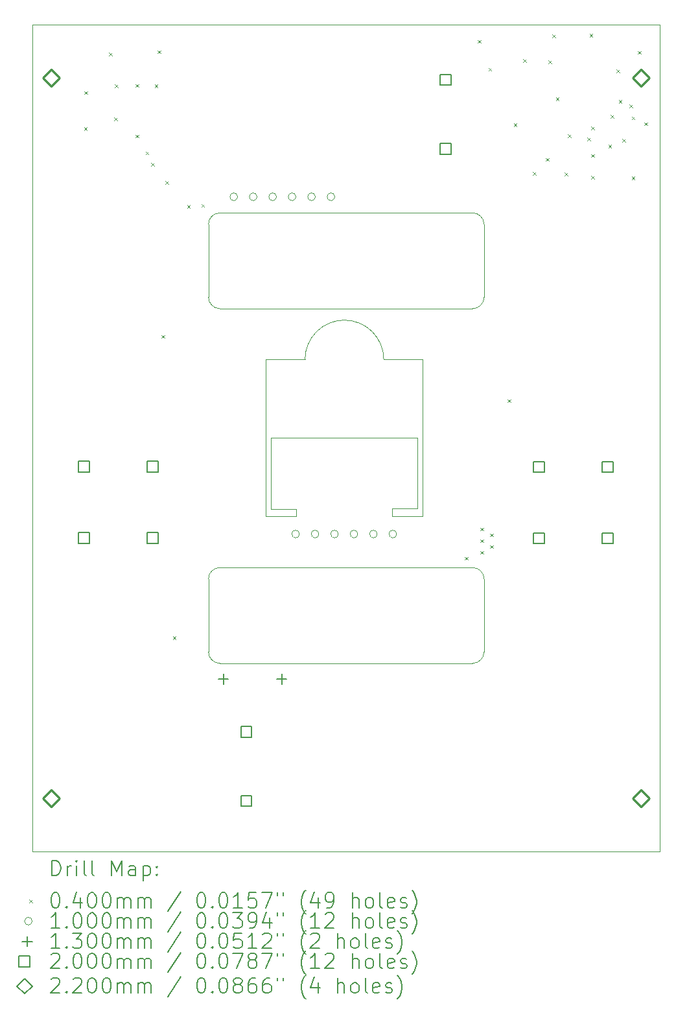
<source format=gbr>
%FSLAX45Y45*%
G04 Gerber Fmt 4.5, Leading zero omitted, Abs format (unit mm)*
G04 Created by KiCad (PCBNEW (6.0.5)) date 2023-05-08 02:17:46*
%MOMM*%
%LPD*%
G01*
G04 APERTURE LIST*
%TA.AperFunction,Profile*%
%ADD10C,0.100000*%
%TD*%
%TA.AperFunction,Profile*%
%ADD11C,0.050000*%
%TD*%
%ADD12C,0.200000*%
%ADD13C,0.040000*%
%ADD14C,0.100000*%
%ADD15C,0.130000*%
%ADD16C,0.220000*%
G04 APERTURE END LIST*
D10*
X13179000Y-9968000D02*
X13179000Y-8174799D01*
X13179000Y-9968000D02*
X13179000Y-10223000D01*
D11*
X10129200Y-14599800D02*
X18329200Y-14599800D01*
D10*
X13572000Y-10123000D02*
X13247000Y-10123000D01*
D11*
X18329200Y-3799800D02*
X10129200Y-3799800D01*
D10*
X14825000Y-10122000D02*
X14825000Y-10223000D01*
X13690000Y-8175000D02*
X13179000Y-8174799D01*
X13246000Y-10223000D02*
X13179000Y-10223000D01*
X12428923Y-7359767D02*
G75*
G03*
X12578917Y-7509767I149997J-3D01*
G01*
X13572000Y-10123000D02*
X13572000Y-10221000D01*
X13246000Y-10223000D02*
X13572000Y-10221000D01*
X15880000Y-12140000D02*
G75*
G03*
X16030000Y-11990000I0J150000D01*
G01*
X14825000Y-10223000D02*
X15138000Y-10224000D01*
X13246000Y-9968000D02*
X13247000Y-10123000D01*
X12578566Y-10890066D02*
G75*
G03*
X12428566Y-11040066I4J-150004D01*
G01*
D11*
X18329200Y-14599800D02*
X18329200Y-3799800D01*
D10*
X16029917Y-6409767D02*
X16029917Y-7359767D01*
X15229000Y-8174799D02*
X15229000Y-9969000D01*
X12429000Y-11990000D02*
G75*
G03*
X12579000Y-12140000I150000J0D01*
G01*
X15879917Y-7509767D02*
G75*
G03*
X16029917Y-7359767I3J149997D01*
G01*
X13245000Y-9194500D02*
X13246000Y-9968000D01*
D11*
X10129200Y-14599800D02*
X10129200Y-3799800D01*
D10*
X15879917Y-6259767D02*
X12578483Y-6259833D01*
X14720000Y-8175000D02*
G75*
G03*
X13690000Y-8175000I-515000J205D01*
G01*
X12428917Y-7359767D02*
X12428483Y-6409833D01*
X14720000Y-8175000D02*
X15229000Y-8174799D01*
X15137000Y-10122000D02*
X15162000Y-10122000D01*
X12578483Y-6259833D02*
G75*
G03*
X12428483Y-6409833I-3J-149997D01*
G01*
X15137000Y-10122000D02*
X14825000Y-10122000D01*
X15162000Y-9969000D02*
X15159000Y-9195500D01*
X16029923Y-6409767D02*
G75*
G03*
X15879917Y-6259767I-150003J-3D01*
G01*
X12579000Y-12140000D02*
X15880000Y-12140000D01*
X15229000Y-9969000D02*
X15229000Y-10224000D01*
X16030000Y-11040000D02*
G75*
G03*
X15880000Y-10890000I-150000J0D01*
G01*
X15162000Y-9969000D02*
X15162000Y-10122000D01*
X12429000Y-11990000D02*
X12428566Y-11040066D01*
X15159000Y-9195500D02*
X13245000Y-9194500D01*
X15138000Y-10224000D02*
X15229000Y-10224000D01*
X12578917Y-7509767D02*
X15879917Y-7509767D01*
X15880000Y-10890000D02*
X12578566Y-10890066D01*
X16030000Y-11040000D02*
X16030000Y-11990000D01*
D12*
D13*
X10802800Y-5138800D02*
X10842800Y-5178800D01*
X10842800Y-5138800D02*
X10802800Y-5178800D01*
X10805700Y-4671400D02*
X10845700Y-4711400D01*
X10845700Y-4671400D02*
X10805700Y-4711400D01*
X11130300Y-4168800D02*
X11170300Y-4208800D01*
X11170300Y-4168800D02*
X11130300Y-4208800D01*
X11195300Y-5011300D02*
X11235300Y-5051300D01*
X11235300Y-5011300D02*
X11195300Y-5051300D01*
X11205700Y-4583000D02*
X11245700Y-4623000D01*
X11245700Y-4583000D02*
X11205700Y-4623000D01*
X11477300Y-5239500D02*
X11517300Y-5279500D01*
X11517300Y-5239500D02*
X11477300Y-5279500D01*
X11477450Y-4579250D02*
X11517450Y-4619250D01*
X11517450Y-4579250D02*
X11477450Y-4619250D01*
X11607800Y-5458800D02*
X11647800Y-5498800D01*
X11647800Y-5458800D02*
X11607800Y-5498800D01*
X11680300Y-5606300D02*
X11720300Y-5646300D01*
X11720300Y-5606300D02*
X11680300Y-5646300D01*
X11725700Y-4582000D02*
X11765700Y-4622000D01*
X11765700Y-4582000D02*
X11725700Y-4622000D01*
X11765300Y-4138800D02*
X11805300Y-4178800D01*
X11805300Y-4138800D02*
X11765300Y-4178800D01*
X11816400Y-7854000D02*
X11856400Y-7894000D01*
X11856400Y-7854000D02*
X11816400Y-7894000D01*
X11867800Y-5846300D02*
X11907800Y-5886300D01*
X11907800Y-5846300D02*
X11867800Y-5886300D01*
X11963100Y-11785300D02*
X12003100Y-11825300D01*
X12003100Y-11785300D02*
X11963100Y-11825300D01*
X12150000Y-6160000D02*
X12190000Y-6200000D01*
X12190000Y-6160000D02*
X12150000Y-6200000D01*
X12337000Y-6144000D02*
X12377000Y-6184000D01*
X12377000Y-6144000D02*
X12337000Y-6184000D01*
X15778800Y-10749600D02*
X15818800Y-10789600D01*
X15818800Y-10749600D02*
X15778800Y-10789600D01*
X15944400Y-4003100D02*
X15984400Y-4043100D01*
X15984400Y-4003100D02*
X15944400Y-4043100D01*
X15982000Y-10368600D02*
X16022000Y-10408600D01*
X16022000Y-10368600D02*
X15982000Y-10408600D01*
X15982000Y-10521000D02*
X16022000Y-10561000D01*
X16022000Y-10521000D02*
X15982000Y-10561000D01*
X15982000Y-10673400D02*
X16022000Y-10713400D01*
X16022000Y-10673400D02*
X15982000Y-10713400D01*
X16086900Y-4365600D02*
X16126900Y-4405600D01*
X16126900Y-4365600D02*
X16086900Y-4405600D01*
X16109000Y-10444800D02*
X16149000Y-10484800D01*
X16149000Y-10444800D02*
X16109000Y-10484800D01*
X16109000Y-10597200D02*
X16149000Y-10637200D01*
X16149000Y-10597200D02*
X16109000Y-10637200D01*
X16337600Y-8692200D02*
X16377600Y-8732200D01*
X16377600Y-8692200D02*
X16337600Y-8732200D01*
X16417600Y-5089200D02*
X16457600Y-5129200D01*
X16457600Y-5089200D02*
X16417600Y-5129200D01*
X16539000Y-4254000D02*
X16579000Y-4294000D01*
X16579000Y-4254000D02*
X16539000Y-4294000D01*
X16665600Y-5727300D02*
X16705600Y-5767300D01*
X16705600Y-5727300D02*
X16665600Y-5767300D01*
X16837800Y-5543400D02*
X16877800Y-5583400D01*
X16877800Y-5543400D02*
X16837800Y-5583400D01*
X16873000Y-4272000D02*
X16913000Y-4312000D01*
X16913000Y-4272000D02*
X16873000Y-4312000D01*
X16919400Y-3933100D02*
X16959400Y-3973100D01*
X16959400Y-3933100D02*
X16919400Y-3973100D01*
X16968100Y-4749800D02*
X17008100Y-4789800D01*
X17008100Y-4749800D02*
X16968100Y-4789800D01*
X17084600Y-5735800D02*
X17124600Y-5775800D01*
X17124600Y-5735800D02*
X17084600Y-5775800D01*
X17123600Y-5232800D02*
X17163600Y-5272800D01*
X17163600Y-5232800D02*
X17123600Y-5272800D01*
X17378100Y-5277300D02*
X17418100Y-5317300D01*
X17418100Y-5277300D02*
X17378100Y-5317300D01*
X17408150Y-3920600D02*
X17448150Y-3960600D01*
X17448150Y-3920600D02*
X17408150Y-3960600D01*
X17428100Y-5492300D02*
X17468100Y-5532300D01*
X17468100Y-5492300D02*
X17428100Y-5532300D01*
X17428100Y-5777300D02*
X17468100Y-5817300D01*
X17468100Y-5777300D02*
X17428100Y-5817300D01*
X17430600Y-5134800D02*
X17470600Y-5174800D01*
X17470600Y-5134800D02*
X17430600Y-5174800D01*
X17653100Y-5367300D02*
X17693100Y-5407300D01*
X17693100Y-5367300D02*
X17653100Y-5407300D01*
X17683600Y-4982800D02*
X17723600Y-5022800D01*
X17723600Y-4982800D02*
X17683600Y-5022800D01*
X17758100Y-4384800D02*
X17798100Y-4424800D01*
X17798100Y-4384800D02*
X17758100Y-4424800D01*
X17788100Y-4784800D02*
X17828100Y-4824800D01*
X17828100Y-4784800D02*
X17788100Y-4824800D01*
X17835000Y-5294000D02*
X17875000Y-5334000D01*
X17875000Y-5294000D02*
X17835000Y-5334000D01*
X17930600Y-4847300D02*
X17970600Y-4887300D01*
X17970600Y-4847300D02*
X17930600Y-4887300D01*
X17957800Y-5002000D02*
X17997800Y-5042000D01*
X17997800Y-5002000D02*
X17957800Y-5042000D01*
X17958100Y-5787300D02*
X17998100Y-5827300D01*
X17998100Y-5787300D02*
X17958100Y-5827300D01*
X18039400Y-4145600D02*
X18079400Y-4185600D01*
X18079400Y-4145600D02*
X18039400Y-4185600D01*
X18123100Y-5077300D02*
X18163100Y-5117300D01*
X18163100Y-5077300D02*
X18123100Y-5117300D01*
D14*
X12809200Y-6049800D02*
G75*
G03*
X12809200Y-6049800I-50000J0D01*
G01*
X13063200Y-6049800D02*
G75*
G03*
X13063200Y-6049800I-50000J0D01*
G01*
X13317200Y-6049800D02*
G75*
G03*
X13317200Y-6049800I-50000J0D01*
G01*
X13571200Y-6049800D02*
G75*
G03*
X13571200Y-6049800I-50000J0D01*
G01*
X13618000Y-10452000D02*
G75*
G03*
X13618000Y-10452000I-50000J0D01*
G01*
X13825200Y-6049800D02*
G75*
G03*
X13825200Y-6049800I-50000J0D01*
G01*
X13872000Y-10452000D02*
G75*
G03*
X13872000Y-10452000I-50000J0D01*
G01*
X14079200Y-6049800D02*
G75*
G03*
X14079200Y-6049800I-50000J0D01*
G01*
X14126000Y-10452000D02*
G75*
G03*
X14126000Y-10452000I-50000J0D01*
G01*
X14380000Y-10452000D02*
G75*
G03*
X14380000Y-10452000I-50000J0D01*
G01*
X14634000Y-10452000D02*
G75*
G03*
X14634000Y-10452000I-50000J0D01*
G01*
X14888000Y-10452000D02*
G75*
G03*
X14888000Y-10452000I-50000J0D01*
G01*
D15*
X12623800Y-12279400D02*
X12623800Y-12409400D01*
X12558800Y-12344400D02*
X12688800Y-12344400D01*
X13385800Y-12279400D02*
X13385800Y-12409400D01*
X13320800Y-12344400D02*
X13450800Y-12344400D01*
D12*
X10872911Y-9645911D02*
X10872911Y-9504489D01*
X10731489Y-9504489D01*
X10731489Y-9645911D01*
X10872911Y-9645911D01*
X10872911Y-10576511D02*
X10872911Y-10435089D01*
X10731489Y-10435089D01*
X10731489Y-10576511D01*
X10872911Y-10576511D01*
X11772911Y-9645911D02*
X11772911Y-9504489D01*
X11631489Y-9504489D01*
X11631489Y-9645911D01*
X11772911Y-9645911D01*
X11772911Y-10576511D02*
X11772911Y-10435089D01*
X11631489Y-10435089D01*
X11631489Y-10576511D01*
X11772911Y-10576511D01*
X12994711Y-13108111D02*
X12994711Y-12966689D01*
X12853289Y-12966689D01*
X12853289Y-13108111D01*
X12994711Y-13108111D01*
X12994711Y-14008111D02*
X12994711Y-13866689D01*
X12853289Y-13866689D01*
X12853289Y-14008111D01*
X12994711Y-14008111D01*
X15596711Y-4591711D02*
X15596711Y-4450289D01*
X15455289Y-4450289D01*
X15455289Y-4591711D01*
X15596711Y-4591711D01*
X15596711Y-5491711D02*
X15596711Y-5350289D01*
X15455289Y-5350289D01*
X15455289Y-5491711D01*
X15596711Y-5491711D01*
X16816511Y-9646511D02*
X16816511Y-9505089D01*
X16675089Y-9505089D01*
X16675089Y-9646511D01*
X16816511Y-9646511D01*
X16816511Y-10577311D02*
X16816511Y-10435889D01*
X16675089Y-10435889D01*
X16675089Y-10577311D01*
X16816511Y-10577311D01*
X17716511Y-9646511D02*
X17716511Y-9505089D01*
X17575089Y-9505089D01*
X17575089Y-9646511D01*
X17716511Y-9646511D01*
X17716511Y-10577311D02*
X17716511Y-10435889D01*
X17575089Y-10435889D01*
X17575089Y-10577311D01*
X17716511Y-10577311D01*
D16*
X10379200Y-4609800D02*
X10489200Y-4499800D01*
X10379200Y-4389800D01*
X10269200Y-4499800D01*
X10379200Y-4609800D01*
X10379200Y-14009800D02*
X10489200Y-13899800D01*
X10379200Y-13789800D01*
X10269200Y-13899800D01*
X10379200Y-14009800D01*
X18079200Y-4609800D02*
X18189200Y-4499800D01*
X18079200Y-4389800D01*
X17969200Y-4499800D01*
X18079200Y-4609800D01*
X18079200Y-14009800D02*
X18189200Y-13899800D01*
X18079200Y-13789800D01*
X17969200Y-13899800D01*
X18079200Y-14009800D01*
D12*
X10384319Y-14912776D02*
X10384319Y-14712776D01*
X10431938Y-14712776D01*
X10460510Y-14722300D01*
X10479557Y-14741347D01*
X10489081Y-14760395D01*
X10498605Y-14798490D01*
X10498605Y-14827062D01*
X10489081Y-14865157D01*
X10479557Y-14884204D01*
X10460510Y-14903252D01*
X10431938Y-14912776D01*
X10384319Y-14912776D01*
X10584319Y-14912776D02*
X10584319Y-14779442D01*
X10584319Y-14817538D02*
X10593843Y-14798490D01*
X10603367Y-14788966D01*
X10622414Y-14779442D01*
X10641462Y-14779442D01*
X10708129Y-14912776D02*
X10708129Y-14779442D01*
X10708129Y-14712776D02*
X10698605Y-14722300D01*
X10708129Y-14731823D01*
X10717652Y-14722300D01*
X10708129Y-14712776D01*
X10708129Y-14731823D01*
X10831938Y-14912776D02*
X10812890Y-14903252D01*
X10803367Y-14884204D01*
X10803367Y-14712776D01*
X10936700Y-14912776D02*
X10917652Y-14903252D01*
X10908129Y-14884204D01*
X10908129Y-14712776D01*
X11165271Y-14912776D02*
X11165271Y-14712776D01*
X11231938Y-14855633D01*
X11298605Y-14712776D01*
X11298605Y-14912776D01*
X11479557Y-14912776D02*
X11479557Y-14808014D01*
X11470033Y-14788966D01*
X11450986Y-14779442D01*
X11412890Y-14779442D01*
X11393843Y-14788966D01*
X11479557Y-14903252D02*
X11460509Y-14912776D01*
X11412890Y-14912776D01*
X11393843Y-14903252D01*
X11384319Y-14884204D01*
X11384319Y-14865157D01*
X11393843Y-14846109D01*
X11412890Y-14836585D01*
X11460509Y-14836585D01*
X11479557Y-14827062D01*
X11574795Y-14779442D02*
X11574795Y-14979442D01*
X11574795Y-14788966D02*
X11593843Y-14779442D01*
X11631938Y-14779442D01*
X11650986Y-14788966D01*
X11660509Y-14798490D01*
X11670033Y-14817538D01*
X11670033Y-14874681D01*
X11660509Y-14893728D01*
X11650986Y-14903252D01*
X11631938Y-14912776D01*
X11593843Y-14912776D01*
X11574795Y-14903252D01*
X11755748Y-14893728D02*
X11765271Y-14903252D01*
X11755748Y-14912776D01*
X11746224Y-14903252D01*
X11755748Y-14893728D01*
X11755748Y-14912776D01*
X11755748Y-14788966D02*
X11765271Y-14798490D01*
X11755748Y-14808014D01*
X11746224Y-14798490D01*
X11755748Y-14788966D01*
X11755748Y-14808014D01*
D13*
X10086700Y-15222300D02*
X10126700Y-15262300D01*
X10126700Y-15222300D02*
X10086700Y-15262300D01*
D12*
X10422414Y-15132776D02*
X10441462Y-15132776D01*
X10460510Y-15142300D01*
X10470033Y-15151823D01*
X10479557Y-15170871D01*
X10489081Y-15208966D01*
X10489081Y-15256585D01*
X10479557Y-15294681D01*
X10470033Y-15313728D01*
X10460510Y-15323252D01*
X10441462Y-15332776D01*
X10422414Y-15332776D01*
X10403367Y-15323252D01*
X10393843Y-15313728D01*
X10384319Y-15294681D01*
X10374795Y-15256585D01*
X10374795Y-15208966D01*
X10384319Y-15170871D01*
X10393843Y-15151823D01*
X10403367Y-15142300D01*
X10422414Y-15132776D01*
X10574795Y-15313728D02*
X10584319Y-15323252D01*
X10574795Y-15332776D01*
X10565271Y-15323252D01*
X10574795Y-15313728D01*
X10574795Y-15332776D01*
X10755748Y-15199442D02*
X10755748Y-15332776D01*
X10708129Y-15123252D02*
X10660510Y-15266109D01*
X10784319Y-15266109D01*
X10898605Y-15132776D02*
X10917652Y-15132776D01*
X10936700Y-15142300D01*
X10946224Y-15151823D01*
X10955748Y-15170871D01*
X10965271Y-15208966D01*
X10965271Y-15256585D01*
X10955748Y-15294681D01*
X10946224Y-15313728D01*
X10936700Y-15323252D01*
X10917652Y-15332776D01*
X10898605Y-15332776D01*
X10879557Y-15323252D01*
X10870033Y-15313728D01*
X10860510Y-15294681D01*
X10850986Y-15256585D01*
X10850986Y-15208966D01*
X10860510Y-15170871D01*
X10870033Y-15151823D01*
X10879557Y-15142300D01*
X10898605Y-15132776D01*
X11089081Y-15132776D02*
X11108129Y-15132776D01*
X11127176Y-15142300D01*
X11136700Y-15151823D01*
X11146224Y-15170871D01*
X11155748Y-15208966D01*
X11155748Y-15256585D01*
X11146224Y-15294681D01*
X11136700Y-15313728D01*
X11127176Y-15323252D01*
X11108129Y-15332776D01*
X11089081Y-15332776D01*
X11070033Y-15323252D01*
X11060510Y-15313728D01*
X11050986Y-15294681D01*
X11041462Y-15256585D01*
X11041462Y-15208966D01*
X11050986Y-15170871D01*
X11060510Y-15151823D01*
X11070033Y-15142300D01*
X11089081Y-15132776D01*
X11241462Y-15332776D02*
X11241462Y-15199442D01*
X11241462Y-15218490D02*
X11250986Y-15208966D01*
X11270033Y-15199442D01*
X11298605Y-15199442D01*
X11317652Y-15208966D01*
X11327176Y-15228014D01*
X11327176Y-15332776D01*
X11327176Y-15228014D02*
X11336700Y-15208966D01*
X11355748Y-15199442D01*
X11384319Y-15199442D01*
X11403367Y-15208966D01*
X11412890Y-15228014D01*
X11412890Y-15332776D01*
X11508128Y-15332776D02*
X11508128Y-15199442D01*
X11508128Y-15218490D02*
X11517652Y-15208966D01*
X11536700Y-15199442D01*
X11565271Y-15199442D01*
X11584319Y-15208966D01*
X11593843Y-15228014D01*
X11593843Y-15332776D01*
X11593843Y-15228014D02*
X11603367Y-15208966D01*
X11622414Y-15199442D01*
X11650986Y-15199442D01*
X11670033Y-15208966D01*
X11679557Y-15228014D01*
X11679557Y-15332776D01*
X12070033Y-15123252D02*
X11898605Y-15380395D01*
X12327176Y-15132776D02*
X12346224Y-15132776D01*
X12365271Y-15142300D01*
X12374795Y-15151823D01*
X12384319Y-15170871D01*
X12393843Y-15208966D01*
X12393843Y-15256585D01*
X12384319Y-15294681D01*
X12374795Y-15313728D01*
X12365271Y-15323252D01*
X12346224Y-15332776D01*
X12327176Y-15332776D01*
X12308128Y-15323252D01*
X12298605Y-15313728D01*
X12289081Y-15294681D01*
X12279557Y-15256585D01*
X12279557Y-15208966D01*
X12289081Y-15170871D01*
X12298605Y-15151823D01*
X12308128Y-15142300D01*
X12327176Y-15132776D01*
X12479557Y-15313728D02*
X12489081Y-15323252D01*
X12479557Y-15332776D01*
X12470033Y-15323252D01*
X12479557Y-15313728D01*
X12479557Y-15332776D01*
X12612890Y-15132776D02*
X12631938Y-15132776D01*
X12650986Y-15142300D01*
X12660509Y-15151823D01*
X12670033Y-15170871D01*
X12679557Y-15208966D01*
X12679557Y-15256585D01*
X12670033Y-15294681D01*
X12660509Y-15313728D01*
X12650986Y-15323252D01*
X12631938Y-15332776D01*
X12612890Y-15332776D01*
X12593843Y-15323252D01*
X12584319Y-15313728D01*
X12574795Y-15294681D01*
X12565271Y-15256585D01*
X12565271Y-15208966D01*
X12574795Y-15170871D01*
X12584319Y-15151823D01*
X12593843Y-15142300D01*
X12612890Y-15132776D01*
X12870033Y-15332776D02*
X12755748Y-15332776D01*
X12812890Y-15332776D02*
X12812890Y-15132776D01*
X12793843Y-15161347D01*
X12774795Y-15180395D01*
X12755748Y-15189919D01*
X13050986Y-15132776D02*
X12955748Y-15132776D01*
X12946224Y-15228014D01*
X12955748Y-15218490D01*
X12974795Y-15208966D01*
X13022414Y-15208966D01*
X13041462Y-15218490D01*
X13050986Y-15228014D01*
X13060509Y-15247062D01*
X13060509Y-15294681D01*
X13050986Y-15313728D01*
X13041462Y-15323252D01*
X13022414Y-15332776D01*
X12974795Y-15332776D01*
X12955748Y-15323252D01*
X12946224Y-15313728D01*
X13127176Y-15132776D02*
X13260509Y-15132776D01*
X13174795Y-15332776D01*
X13327176Y-15132776D02*
X13327176Y-15170871D01*
X13403367Y-15132776D02*
X13403367Y-15170871D01*
X13698605Y-15408966D02*
X13689081Y-15399442D01*
X13670033Y-15370871D01*
X13660509Y-15351823D01*
X13650986Y-15323252D01*
X13641462Y-15275633D01*
X13641462Y-15237538D01*
X13650986Y-15189919D01*
X13660509Y-15161347D01*
X13670033Y-15142300D01*
X13689081Y-15113728D01*
X13698605Y-15104204D01*
X13860509Y-15199442D02*
X13860509Y-15332776D01*
X13812890Y-15123252D02*
X13765271Y-15266109D01*
X13889081Y-15266109D01*
X13974795Y-15332776D02*
X14012890Y-15332776D01*
X14031938Y-15323252D01*
X14041462Y-15313728D01*
X14060509Y-15285157D01*
X14070033Y-15247062D01*
X14070033Y-15170871D01*
X14060509Y-15151823D01*
X14050986Y-15142300D01*
X14031938Y-15132776D01*
X13993843Y-15132776D01*
X13974795Y-15142300D01*
X13965271Y-15151823D01*
X13955748Y-15170871D01*
X13955748Y-15218490D01*
X13965271Y-15237538D01*
X13974795Y-15247062D01*
X13993843Y-15256585D01*
X14031938Y-15256585D01*
X14050986Y-15247062D01*
X14060509Y-15237538D01*
X14070033Y-15218490D01*
X14308128Y-15332776D02*
X14308128Y-15132776D01*
X14393843Y-15332776D02*
X14393843Y-15228014D01*
X14384319Y-15208966D01*
X14365271Y-15199442D01*
X14336700Y-15199442D01*
X14317652Y-15208966D01*
X14308128Y-15218490D01*
X14517652Y-15332776D02*
X14498605Y-15323252D01*
X14489081Y-15313728D01*
X14479557Y-15294681D01*
X14479557Y-15237538D01*
X14489081Y-15218490D01*
X14498605Y-15208966D01*
X14517652Y-15199442D01*
X14546224Y-15199442D01*
X14565271Y-15208966D01*
X14574795Y-15218490D01*
X14584319Y-15237538D01*
X14584319Y-15294681D01*
X14574795Y-15313728D01*
X14565271Y-15323252D01*
X14546224Y-15332776D01*
X14517652Y-15332776D01*
X14698605Y-15332776D02*
X14679557Y-15323252D01*
X14670033Y-15304204D01*
X14670033Y-15132776D01*
X14850986Y-15323252D02*
X14831938Y-15332776D01*
X14793843Y-15332776D01*
X14774795Y-15323252D01*
X14765271Y-15304204D01*
X14765271Y-15228014D01*
X14774795Y-15208966D01*
X14793843Y-15199442D01*
X14831938Y-15199442D01*
X14850986Y-15208966D01*
X14860509Y-15228014D01*
X14860509Y-15247062D01*
X14765271Y-15266109D01*
X14936700Y-15323252D02*
X14955748Y-15332776D01*
X14993843Y-15332776D01*
X15012890Y-15323252D01*
X15022414Y-15304204D01*
X15022414Y-15294681D01*
X15012890Y-15275633D01*
X14993843Y-15266109D01*
X14965271Y-15266109D01*
X14946224Y-15256585D01*
X14936700Y-15237538D01*
X14936700Y-15228014D01*
X14946224Y-15208966D01*
X14965271Y-15199442D01*
X14993843Y-15199442D01*
X15012890Y-15208966D01*
X15089081Y-15408966D02*
X15098605Y-15399442D01*
X15117652Y-15370871D01*
X15127176Y-15351823D01*
X15136700Y-15323252D01*
X15146224Y-15275633D01*
X15146224Y-15237538D01*
X15136700Y-15189919D01*
X15127176Y-15161347D01*
X15117652Y-15142300D01*
X15098605Y-15113728D01*
X15089081Y-15104204D01*
D14*
X10126700Y-15506300D02*
G75*
G03*
X10126700Y-15506300I-50000J0D01*
G01*
D12*
X10489081Y-15596776D02*
X10374795Y-15596776D01*
X10431938Y-15596776D02*
X10431938Y-15396776D01*
X10412890Y-15425347D01*
X10393843Y-15444395D01*
X10374795Y-15453919D01*
X10574795Y-15577728D02*
X10584319Y-15587252D01*
X10574795Y-15596776D01*
X10565271Y-15587252D01*
X10574795Y-15577728D01*
X10574795Y-15596776D01*
X10708129Y-15396776D02*
X10727176Y-15396776D01*
X10746224Y-15406300D01*
X10755748Y-15415823D01*
X10765271Y-15434871D01*
X10774795Y-15472966D01*
X10774795Y-15520585D01*
X10765271Y-15558681D01*
X10755748Y-15577728D01*
X10746224Y-15587252D01*
X10727176Y-15596776D01*
X10708129Y-15596776D01*
X10689081Y-15587252D01*
X10679557Y-15577728D01*
X10670033Y-15558681D01*
X10660510Y-15520585D01*
X10660510Y-15472966D01*
X10670033Y-15434871D01*
X10679557Y-15415823D01*
X10689081Y-15406300D01*
X10708129Y-15396776D01*
X10898605Y-15396776D02*
X10917652Y-15396776D01*
X10936700Y-15406300D01*
X10946224Y-15415823D01*
X10955748Y-15434871D01*
X10965271Y-15472966D01*
X10965271Y-15520585D01*
X10955748Y-15558681D01*
X10946224Y-15577728D01*
X10936700Y-15587252D01*
X10917652Y-15596776D01*
X10898605Y-15596776D01*
X10879557Y-15587252D01*
X10870033Y-15577728D01*
X10860510Y-15558681D01*
X10850986Y-15520585D01*
X10850986Y-15472966D01*
X10860510Y-15434871D01*
X10870033Y-15415823D01*
X10879557Y-15406300D01*
X10898605Y-15396776D01*
X11089081Y-15396776D02*
X11108129Y-15396776D01*
X11127176Y-15406300D01*
X11136700Y-15415823D01*
X11146224Y-15434871D01*
X11155748Y-15472966D01*
X11155748Y-15520585D01*
X11146224Y-15558681D01*
X11136700Y-15577728D01*
X11127176Y-15587252D01*
X11108129Y-15596776D01*
X11089081Y-15596776D01*
X11070033Y-15587252D01*
X11060510Y-15577728D01*
X11050986Y-15558681D01*
X11041462Y-15520585D01*
X11041462Y-15472966D01*
X11050986Y-15434871D01*
X11060510Y-15415823D01*
X11070033Y-15406300D01*
X11089081Y-15396776D01*
X11241462Y-15596776D02*
X11241462Y-15463442D01*
X11241462Y-15482490D02*
X11250986Y-15472966D01*
X11270033Y-15463442D01*
X11298605Y-15463442D01*
X11317652Y-15472966D01*
X11327176Y-15492014D01*
X11327176Y-15596776D01*
X11327176Y-15492014D02*
X11336700Y-15472966D01*
X11355748Y-15463442D01*
X11384319Y-15463442D01*
X11403367Y-15472966D01*
X11412890Y-15492014D01*
X11412890Y-15596776D01*
X11508128Y-15596776D02*
X11508128Y-15463442D01*
X11508128Y-15482490D02*
X11517652Y-15472966D01*
X11536700Y-15463442D01*
X11565271Y-15463442D01*
X11584319Y-15472966D01*
X11593843Y-15492014D01*
X11593843Y-15596776D01*
X11593843Y-15492014D02*
X11603367Y-15472966D01*
X11622414Y-15463442D01*
X11650986Y-15463442D01*
X11670033Y-15472966D01*
X11679557Y-15492014D01*
X11679557Y-15596776D01*
X12070033Y-15387252D02*
X11898605Y-15644395D01*
X12327176Y-15396776D02*
X12346224Y-15396776D01*
X12365271Y-15406300D01*
X12374795Y-15415823D01*
X12384319Y-15434871D01*
X12393843Y-15472966D01*
X12393843Y-15520585D01*
X12384319Y-15558681D01*
X12374795Y-15577728D01*
X12365271Y-15587252D01*
X12346224Y-15596776D01*
X12327176Y-15596776D01*
X12308128Y-15587252D01*
X12298605Y-15577728D01*
X12289081Y-15558681D01*
X12279557Y-15520585D01*
X12279557Y-15472966D01*
X12289081Y-15434871D01*
X12298605Y-15415823D01*
X12308128Y-15406300D01*
X12327176Y-15396776D01*
X12479557Y-15577728D02*
X12489081Y-15587252D01*
X12479557Y-15596776D01*
X12470033Y-15587252D01*
X12479557Y-15577728D01*
X12479557Y-15596776D01*
X12612890Y-15396776D02*
X12631938Y-15396776D01*
X12650986Y-15406300D01*
X12660509Y-15415823D01*
X12670033Y-15434871D01*
X12679557Y-15472966D01*
X12679557Y-15520585D01*
X12670033Y-15558681D01*
X12660509Y-15577728D01*
X12650986Y-15587252D01*
X12631938Y-15596776D01*
X12612890Y-15596776D01*
X12593843Y-15587252D01*
X12584319Y-15577728D01*
X12574795Y-15558681D01*
X12565271Y-15520585D01*
X12565271Y-15472966D01*
X12574795Y-15434871D01*
X12584319Y-15415823D01*
X12593843Y-15406300D01*
X12612890Y-15396776D01*
X12746224Y-15396776D02*
X12870033Y-15396776D01*
X12803367Y-15472966D01*
X12831938Y-15472966D01*
X12850986Y-15482490D01*
X12860509Y-15492014D01*
X12870033Y-15511062D01*
X12870033Y-15558681D01*
X12860509Y-15577728D01*
X12850986Y-15587252D01*
X12831938Y-15596776D01*
X12774795Y-15596776D01*
X12755748Y-15587252D01*
X12746224Y-15577728D01*
X12965271Y-15596776D02*
X13003367Y-15596776D01*
X13022414Y-15587252D01*
X13031938Y-15577728D01*
X13050986Y-15549157D01*
X13060509Y-15511062D01*
X13060509Y-15434871D01*
X13050986Y-15415823D01*
X13041462Y-15406300D01*
X13022414Y-15396776D01*
X12984319Y-15396776D01*
X12965271Y-15406300D01*
X12955748Y-15415823D01*
X12946224Y-15434871D01*
X12946224Y-15482490D01*
X12955748Y-15501538D01*
X12965271Y-15511062D01*
X12984319Y-15520585D01*
X13022414Y-15520585D01*
X13041462Y-15511062D01*
X13050986Y-15501538D01*
X13060509Y-15482490D01*
X13231938Y-15463442D02*
X13231938Y-15596776D01*
X13184319Y-15387252D02*
X13136700Y-15530109D01*
X13260509Y-15530109D01*
X13327176Y-15396776D02*
X13327176Y-15434871D01*
X13403367Y-15396776D02*
X13403367Y-15434871D01*
X13698605Y-15672966D02*
X13689081Y-15663442D01*
X13670033Y-15634871D01*
X13660509Y-15615823D01*
X13650986Y-15587252D01*
X13641462Y-15539633D01*
X13641462Y-15501538D01*
X13650986Y-15453919D01*
X13660509Y-15425347D01*
X13670033Y-15406300D01*
X13689081Y-15377728D01*
X13698605Y-15368204D01*
X13879557Y-15596776D02*
X13765271Y-15596776D01*
X13822414Y-15596776D02*
X13822414Y-15396776D01*
X13803367Y-15425347D01*
X13784319Y-15444395D01*
X13765271Y-15453919D01*
X13955748Y-15415823D02*
X13965271Y-15406300D01*
X13984319Y-15396776D01*
X14031938Y-15396776D01*
X14050986Y-15406300D01*
X14060509Y-15415823D01*
X14070033Y-15434871D01*
X14070033Y-15453919D01*
X14060509Y-15482490D01*
X13946224Y-15596776D01*
X14070033Y-15596776D01*
X14308128Y-15596776D02*
X14308128Y-15396776D01*
X14393843Y-15596776D02*
X14393843Y-15492014D01*
X14384319Y-15472966D01*
X14365271Y-15463442D01*
X14336700Y-15463442D01*
X14317652Y-15472966D01*
X14308128Y-15482490D01*
X14517652Y-15596776D02*
X14498605Y-15587252D01*
X14489081Y-15577728D01*
X14479557Y-15558681D01*
X14479557Y-15501538D01*
X14489081Y-15482490D01*
X14498605Y-15472966D01*
X14517652Y-15463442D01*
X14546224Y-15463442D01*
X14565271Y-15472966D01*
X14574795Y-15482490D01*
X14584319Y-15501538D01*
X14584319Y-15558681D01*
X14574795Y-15577728D01*
X14565271Y-15587252D01*
X14546224Y-15596776D01*
X14517652Y-15596776D01*
X14698605Y-15596776D02*
X14679557Y-15587252D01*
X14670033Y-15568204D01*
X14670033Y-15396776D01*
X14850986Y-15587252D02*
X14831938Y-15596776D01*
X14793843Y-15596776D01*
X14774795Y-15587252D01*
X14765271Y-15568204D01*
X14765271Y-15492014D01*
X14774795Y-15472966D01*
X14793843Y-15463442D01*
X14831938Y-15463442D01*
X14850986Y-15472966D01*
X14860509Y-15492014D01*
X14860509Y-15511062D01*
X14765271Y-15530109D01*
X14936700Y-15587252D02*
X14955748Y-15596776D01*
X14993843Y-15596776D01*
X15012890Y-15587252D01*
X15022414Y-15568204D01*
X15022414Y-15558681D01*
X15012890Y-15539633D01*
X14993843Y-15530109D01*
X14965271Y-15530109D01*
X14946224Y-15520585D01*
X14936700Y-15501538D01*
X14936700Y-15492014D01*
X14946224Y-15472966D01*
X14965271Y-15463442D01*
X14993843Y-15463442D01*
X15012890Y-15472966D01*
X15089081Y-15672966D02*
X15098605Y-15663442D01*
X15117652Y-15634871D01*
X15127176Y-15615823D01*
X15136700Y-15587252D01*
X15146224Y-15539633D01*
X15146224Y-15501538D01*
X15136700Y-15453919D01*
X15127176Y-15425347D01*
X15117652Y-15406300D01*
X15098605Y-15377728D01*
X15089081Y-15368204D01*
D15*
X10061700Y-15705300D02*
X10061700Y-15835300D01*
X9996700Y-15770300D02*
X10126700Y-15770300D01*
D12*
X10489081Y-15860776D02*
X10374795Y-15860776D01*
X10431938Y-15860776D02*
X10431938Y-15660776D01*
X10412890Y-15689347D01*
X10393843Y-15708395D01*
X10374795Y-15717919D01*
X10574795Y-15841728D02*
X10584319Y-15851252D01*
X10574795Y-15860776D01*
X10565271Y-15851252D01*
X10574795Y-15841728D01*
X10574795Y-15860776D01*
X10650986Y-15660776D02*
X10774795Y-15660776D01*
X10708129Y-15736966D01*
X10736700Y-15736966D01*
X10755748Y-15746490D01*
X10765271Y-15756014D01*
X10774795Y-15775062D01*
X10774795Y-15822681D01*
X10765271Y-15841728D01*
X10755748Y-15851252D01*
X10736700Y-15860776D01*
X10679557Y-15860776D01*
X10660510Y-15851252D01*
X10650986Y-15841728D01*
X10898605Y-15660776D02*
X10917652Y-15660776D01*
X10936700Y-15670300D01*
X10946224Y-15679823D01*
X10955748Y-15698871D01*
X10965271Y-15736966D01*
X10965271Y-15784585D01*
X10955748Y-15822681D01*
X10946224Y-15841728D01*
X10936700Y-15851252D01*
X10917652Y-15860776D01*
X10898605Y-15860776D01*
X10879557Y-15851252D01*
X10870033Y-15841728D01*
X10860510Y-15822681D01*
X10850986Y-15784585D01*
X10850986Y-15736966D01*
X10860510Y-15698871D01*
X10870033Y-15679823D01*
X10879557Y-15670300D01*
X10898605Y-15660776D01*
X11089081Y-15660776D02*
X11108129Y-15660776D01*
X11127176Y-15670300D01*
X11136700Y-15679823D01*
X11146224Y-15698871D01*
X11155748Y-15736966D01*
X11155748Y-15784585D01*
X11146224Y-15822681D01*
X11136700Y-15841728D01*
X11127176Y-15851252D01*
X11108129Y-15860776D01*
X11089081Y-15860776D01*
X11070033Y-15851252D01*
X11060510Y-15841728D01*
X11050986Y-15822681D01*
X11041462Y-15784585D01*
X11041462Y-15736966D01*
X11050986Y-15698871D01*
X11060510Y-15679823D01*
X11070033Y-15670300D01*
X11089081Y-15660776D01*
X11241462Y-15860776D02*
X11241462Y-15727442D01*
X11241462Y-15746490D02*
X11250986Y-15736966D01*
X11270033Y-15727442D01*
X11298605Y-15727442D01*
X11317652Y-15736966D01*
X11327176Y-15756014D01*
X11327176Y-15860776D01*
X11327176Y-15756014D02*
X11336700Y-15736966D01*
X11355748Y-15727442D01*
X11384319Y-15727442D01*
X11403367Y-15736966D01*
X11412890Y-15756014D01*
X11412890Y-15860776D01*
X11508128Y-15860776D02*
X11508128Y-15727442D01*
X11508128Y-15746490D02*
X11517652Y-15736966D01*
X11536700Y-15727442D01*
X11565271Y-15727442D01*
X11584319Y-15736966D01*
X11593843Y-15756014D01*
X11593843Y-15860776D01*
X11593843Y-15756014D02*
X11603367Y-15736966D01*
X11622414Y-15727442D01*
X11650986Y-15727442D01*
X11670033Y-15736966D01*
X11679557Y-15756014D01*
X11679557Y-15860776D01*
X12070033Y-15651252D02*
X11898605Y-15908395D01*
X12327176Y-15660776D02*
X12346224Y-15660776D01*
X12365271Y-15670300D01*
X12374795Y-15679823D01*
X12384319Y-15698871D01*
X12393843Y-15736966D01*
X12393843Y-15784585D01*
X12384319Y-15822681D01*
X12374795Y-15841728D01*
X12365271Y-15851252D01*
X12346224Y-15860776D01*
X12327176Y-15860776D01*
X12308128Y-15851252D01*
X12298605Y-15841728D01*
X12289081Y-15822681D01*
X12279557Y-15784585D01*
X12279557Y-15736966D01*
X12289081Y-15698871D01*
X12298605Y-15679823D01*
X12308128Y-15670300D01*
X12327176Y-15660776D01*
X12479557Y-15841728D02*
X12489081Y-15851252D01*
X12479557Y-15860776D01*
X12470033Y-15851252D01*
X12479557Y-15841728D01*
X12479557Y-15860776D01*
X12612890Y-15660776D02*
X12631938Y-15660776D01*
X12650986Y-15670300D01*
X12660509Y-15679823D01*
X12670033Y-15698871D01*
X12679557Y-15736966D01*
X12679557Y-15784585D01*
X12670033Y-15822681D01*
X12660509Y-15841728D01*
X12650986Y-15851252D01*
X12631938Y-15860776D01*
X12612890Y-15860776D01*
X12593843Y-15851252D01*
X12584319Y-15841728D01*
X12574795Y-15822681D01*
X12565271Y-15784585D01*
X12565271Y-15736966D01*
X12574795Y-15698871D01*
X12584319Y-15679823D01*
X12593843Y-15670300D01*
X12612890Y-15660776D01*
X12860509Y-15660776D02*
X12765271Y-15660776D01*
X12755748Y-15756014D01*
X12765271Y-15746490D01*
X12784319Y-15736966D01*
X12831938Y-15736966D01*
X12850986Y-15746490D01*
X12860509Y-15756014D01*
X12870033Y-15775062D01*
X12870033Y-15822681D01*
X12860509Y-15841728D01*
X12850986Y-15851252D01*
X12831938Y-15860776D01*
X12784319Y-15860776D01*
X12765271Y-15851252D01*
X12755748Y-15841728D01*
X13060509Y-15860776D02*
X12946224Y-15860776D01*
X13003367Y-15860776D02*
X13003367Y-15660776D01*
X12984319Y-15689347D01*
X12965271Y-15708395D01*
X12946224Y-15717919D01*
X13136700Y-15679823D02*
X13146224Y-15670300D01*
X13165271Y-15660776D01*
X13212890Y-15660776D01*
X13231938Y-15670300D01*
X13241462Y-15679823D01*
X13250986Y-15698871D01*
X13250986Y-15717919D01*
X13241462Y-15746490D01*
X13127176Y-15860776D01*
X13250986Y-15860776D01*
X13327176Y-15660776D02*
X13327176Y-15698871D01*
X13403367Y-15660776D02*
X13403367Y-15698871D01*
X13698605Y-15936966D02*
X13689081Y-15927442D01*
X13670033Y-15898871D01*
X13660509Y-15879823D01*
X13650986Y-15851252D01*
X13641462Y-15803633D01*
X13641462Y-15765538D01*
X13650986Y-15717919D01*
X13660509Y-15689347D01*
X13670033Y-15670300D01*
X13689081Y-15641728D01*
X13698605Y-15632204D01*
X13765271Y-15679823D02*
X13774795Y-15670300D01*
X13793843Y-15660776D01*
X13841462Y-15660776D01*
X13860509Y-15670300D01*
X13870033Y-15679823D01*
X13879557Y-15698871D01*
X13879557Y-15717919D01*
X13870033Y-15746490D01*
X13755748Y-15860776D01*
X13879557Y-15860776D01*
X14117652Y-15860776D02*
X14117652Y-15660776D01*
X14203367Y-15860776D02*
X14203367Y-15756014D01*
X14193843Y-15736966D01*
X14174795Y-15727442D01*
X14146224Y-15727442D01*
X14127176Y-15736966D01*
X14117652Y-15746490D01*
X14327176Y-15860776D02*
X14308128Y-15851252D01*
X14298605Y-15841728D01*
X14289081Y-15822681D01*
X14289081Y-15765538D01*
X14298605Y-15746490D01*
X14308128Y-15736966D01*
X14327176Y-15727442D01*
X14355748Y-15727442D01*
X14374795Y-15736966D01*
X14384319Y-15746490D01*
X14393843Y-15765538D01*
X14393843Y-15822681D01*
X14384319Y-15841728D01*
X14374795Y-15851252D01*
X14355748Y-15860776D01*
X14327176Y-15860776D01*
X14508128Y-15860776D02*
X14489081Y-15851252D01*
X14479557Y-15832204D01*
X14479557Y-15660776D01*
X14660509Y-15851252D02*
X14641462Y-15860776D01*
X14603367Y-15860776D01*
X14584319Y-15851252D01*
X14574795Y-15832204D01*
X14574795Y-15756014D01*
X14584319Y-15736966D01*
X14603367Y-15727442D01*
X14641462Y-15727442D01*
X14660509Y-15736966D01*
X14670033Y-15756014D01*
X14670033Y-15775062D01*
X14574795Y-15794109D01*
X14746224Y-15851252D02*
X14765271Y-15860776D01*
X14803367Y-15860776D01*
X14822414Y-15851252D01*
X14831938Y-15832204D01*
X14831938Y-15822681D01*
X14822414Y-15803633D01*
X14803367Y-15794109D01*
X14774795Y-15794109D01*
X14755748Y-15784585D01*
X14746224Y-15765538D01*
X14746224Y-15756014D01*
X14755748Y-15736966D01*
X14774795Y-15727442D01*
X14803367Y-15727442D01*
X14822414Y-15736966D01*
X14898605Y-15936966D02*
X14908128Y-15927442D01*
X14927176Y-15898871D01*
X14936700Y-15879823D01*
X14946224Y-15851252D01*
X14955748Y-15803633D01*
X14955748Y-15765538D01*
X14946224Y-15717919D01*
X14936700Y-15689347D01*
X14927176Y-15670300D01*
X14908128Y-15641728D01*
X14898605Y-15632204D01*
X10097411Y-16105011D02*
X10097411Y-15963588D01*
X9955989Y-15963588D01*
X9955989Y-16105011D01*
X10097411Y-16105011D01*
X10374795Y-15943823D02*
X10384319Y-15934300D01*
X10403367Y-15924776D01*
X10450986Y-15924776D01*
X10470033Y-15934300D01*
X10479557Y-15943823D01*
X10489081Y-15962871D01*
X10489081Y-15981919D01*
X10479557Y-16010490D01*
X10365271Y-16124776D01*
X10489081Y-16124776D01*
X10574795Y-16105728D02*
X10584319Y-16115252D01*
X10574795Y-16124776D01*
X10565271Y-16115252D01*
X10574795Y-16105728D01*
X10574795Y-16124776D01*
X10708129Y-15924776D02*
X10727176Y-15924776D01*
X10746224Y-15934300D01*
X10755748Y-15943823D01*
X10765271Y-15962871D01*
X10774795Y-16000966D01*
X10774795Y-16048585D01*
X10765271Y-16086681D01*
X10755748Y-16105728D01*
X10746224Y-16115252D01*
X10727176Y-16124776D01*
X10708129Y-16124776D01*
X10689081Y-16115252D01*
X10679557Y-16105728D01*
X10670033Y-16086681D01*
X10660510Y-16048585D01*
X10660510Y-16000966D01*
X10670033Y-15962871D01*
X10679557Y-15943823D01*
X10689081Y-15934300D01*
X10708129Y-15924776D01*
X10898605Y-15924776D02*
X10917652Y-15924776D01*
X10936700Y-15934300D01*
X10946224Y-15943823D01*
X10955748Y-15962871D01*
X10965271Y-16000966D01*
X10965271Y-16048585D01*
X10955748Y-16086681D01*
X10946224Y-16105728D01*
X10936700Y-16115252D01*
X10917652Y-16124776D01*
X10898605Y-16124776D01*
X10879557Y-16115252D01*
X10870033Y-16105728D01*
X10860510Y-16086681D01*
X10850986Y-16048585D01*
X10850986Y-16000966D01*
X10860510Y-15962871D01*
X10870033Y-15943823D01*
X10879557Y-15934300D01*
X10898605Y-15924776D01*
X11089081Y-15924776D02*
X11108129Y-15924776D01*
X11127176Y-15934300D01*
X11136700Y-15943823D01*
X11146224Y-15962871D01*
X11155748Y-16000966D01*
X11155748Y-16048585D01*
X11146224Y-16086681D01*
X11136700Y-16105728D01*
X11127176Y-16115252D01*
X11108129Y-16124776D01*
X11089081Y-16124776D01*
X11070033Y-16115252D01*
X11060510Y-16105728D01*
X11050986Y-16086681D01*
X11041462Y-16048585D01*
X11041462Y-16000966D01*
X11050986Y-15962871D01*
X11060510Y-15943823D01*
X11070033Y-15934300D01*
X11089081Y-15924776D01*
X11241462Y-16124776D02*
X11241462Y-15991442D01*
X11241462Y-16010490D02*
X11250986Y-16000966D01*
X11270033Y-15991442D01*
X11298605Y-15991442D01*
X11317652Y-16000966D01*
X11327176Y-16020014D01*
X11327176Y-16124776D01*
X11327176Y-16020014D02*
X11336700Y-16000966D01*
X11355748Y-15991442D01*
X11384319Y-15991442D01*
X11403367Y-16000966D01*
X11412890Y-16020014D01*
X11412890Y-16124776D01*
X11508128Y-16124776D02*
X11508128Y-15991442D01*
X11508128Y-16010490D02*
X11517652Y-16000966D01*
X11536700Y-15991442D01*
X11565271Y-15991442D01*
X11584319Y-16000966D01*
X11593843Y-16020014D01*
X11593843Y-16124776D01*
X11593843Y-16020014D02*
X11603367Y-16000966D01*
X11622414Y-15991442D01*
X11650986Y-15991442D01*
X11670033Y-16000966D01*
X11679557Y-16020014D01*
X11679557Y-16124776D01*
X12070033Y-15915252D02*
X11898605Y-16172395D01*
X12327176Y-15924776D02*
X12346224Y-15924776D01*
X12365271Y-15934300D01*
X12374795Y-15943823D01*
X12384319Y-15962871D01*
X12393843Y-16000966D01*
X12393843Y-16048585D01*
X12384319Y-16086681D01*
X12374795Y-16105728D01*
X12365271Y-16115252D01*
X12346224Y-16124776D01*
X12327176Y-16124776D01*
X12308128Y-16115252D01*
X12298605Y-16105728D01*
X12289081Y-16086681D01*
X12279557Y-16048585D01*
X12279557Y-16000966D01*
X12289081Y-15962871D01*
X12298605Y-15943823D01*
X12308128Y-15934300D01*
X12327176Y-15924776D01*
X12479557Y-16105728D02*
X12489081Y-16115252D01*
X12479557Y-16124776D01*
X12470033Y-16115252D01*
X12479557Y-16105728D01*
X12479557Y-16124776D01*
X12612890Y-15924776D02*
X12631938Y-15924776D01*
X12650986Y-15934300D01*
X12660509Y-15943823D01*
X12670033Y-15962871D01*
X12679557Y-16000966D01*
X12679557Y-16048585D01*
X12670033Y-16086681D01*
X12660509Y-16105728D01*
X12650986Y-16115252D01*
X12631938Y-16124776D01*
X12612890Y-16124776D01*
X12593843Y-16115252D01*
X12584319Y-16105728D01*
X12574795Y-16086681D01*
X12565271Y-16048585D01*
X12565271Y-16000966D01*
X12574795Y-15962871D01*
X12584319Y-15943823D01*
X12593843Y-15934300D01*
X12612890Y-15924776D01*
X12746224Y-15924776D02*
X12879557Y-15924776D01*
X12793843Y-16124776D01*
X12984319Y-16010490D02*
X12965271Y-16000966D01*
X12955748Y-15991442D01*
X12946224Y-15972395D01*
X12946224Y-15962871D01*
X12955748Y-15943823D01*
X12965271Y-15934300D01*
X12984319Y-15924776D01*
X13022414Y-15924776D01*
X13041462Y-15934300D01*
X13050986Y-15943823D01*
X13060509Y-15962871D01*
X13060509Y-15972395D01*
X13050986Y-15991442D01*
X13041462Y-16000966D01*
X13022414Y-16010490D01*
X12984319Y-16010490D01*
X12965271Y-16020014D01*
X12955748Y-16029538D01*
X12946224Y-16048585D01*
X12946224Y-16086681D01*
X12955748Y-16105728D01*
X12965271Y-16115252D01*
X12984319Y-16124776D01*
X13022414Y-16124776D01*
X13041462Y-16115252D01*
X13050986Y-16105728D01*
X13060509Y-16086681D01*
X13060509Y-16048585D01*
X13050986Y-16029538D01*
X13041462Y-16020014D01*
X13022414Y-16010490D01*
X13127176Y-15924776D02*
X13260509Y-15924776D01*
X13174795Y-16124776D01*
X13327176Y-15924776D02*
X13327176Y-15962871D01*
X13403367Y-15924776D02*
X13403367Y-15962871D01*
X13698605Y-16200966D02*
X13689081Y-16191442D01*
X13670033Y-16162871D01*
X13660509Y-16143823D01*
X13650986Y-16115252D01*
X13641462Y-16067633D01*
X13641462Y-16029538D01*
X13650986Y-15981919D01*
X13660509Y-15953347D01*
X13670033Y-15934300D01*
X13689081Y-15905728D01*
X13698605Y-15896204D01*
X13879557Y-16124776D02*
X13765271Y-16124776D01*
X13822414Y-16124776D02*
X13822414Y-15924776D01*
X13803367Y-15953347D01*
X13784319Y-15972395D01*
X13765271Y-15981919D01*
X13955748Y-15943823D02*
X13965271Y-15934300D01*
X13984319Y-15924776D01*
X14031938Y-15924776D01*
X14050986Y-15934300D01*
X14060509Y-15943823D01*
X14070033Y-15962871D01*
X14070033Y-15981919D01*
X14060509Y-16010490D01*
X13946224Y-16124776D01*
X14070033Y-16124776D01*
X14308128Y-16124776D02*
X14308128Y-15924776D01*
X14393843Y-16124776D02*
X14393843Y-16020014D01*
X14384319Y-16000966D01*
X14365271Y-15991442D01*
X14336700Y-15991442D01*
X14317652Y-16000966D01*
X14308128Y-16010490D01*
X14517652Y-16124776D02*
X14498605Y-16115252D01*
X14489081Y-16105728D01*
X14479557Y-16086681D01*
X14479557Y-16029538D01*
X14489081Y-16010490D01*
X14498605Y-16000966D01*
X14517652Y-15991442D01*
X14546224Y-15991442D01*
X14565271Y-16000966D01*
X14574795Y-16010490D01*
X14584319Y-16029538D01*
X14584319Y-16086681D01*
X14574795Y-16105728D01*
X14565271Y-16115252D01*
X14546224Y-16124776D01*
X14517652Y-16124776D01*
X14698605Y-16124776D02*
X14679557Y-16115252D01*
X14670033Y-16096204D01*
X14670033Y-15924776D01*
X14850986Y-16115252D02*
X14831938Y-16124776D01*
X14793843Y-16124776D01*
X14774795Y-16115252D01*
X14765271Y-16096204D01*
X14765271Y-16020014D01*
X14774795Y-16000966D01*
X14793843Y-15991442D01*
X14831938Y-15991442D01*
X14850986Y-16000966D01*
X14860509Y-16020014D01*
X14860509Y-16039062D01*
X14765271Y-16058109D01*
X14936700Y-16115252D02*
X14955748Y-16124776D01*
X14993843Y-16124776D01*
X15012890Y-16115252D01*
X15022414Y-16096204D01*
X15022414Y-16086681D01*
X15012890Y-16067633D01*
X14993843Y-16058109D01*
X14965271Y-16058109D01*
X14946224Y-16048585D01*
X14936700Y-16029538D01*
X14936700Y-16020014D01*
X14946224Y-16000966D01*
X14965271Y-15991442D01*
X14993843Y-15991442D01*
X15012890Y-16000966D01*
X15089081Y-16200966D02*
X15098605Y-16191442D01*
X15117652Y-16162871D01*
X15127176Y-16143823D01*
X15136700Y-16115252D01*
X15146224Y-16067633D01*
X15146224Y-16029538D01*
X15136700Y-15981919D01*
X15127176Y-15953347D01*
X15117652Y-15934300D01*
X15098605Y-15905728D01*
X15089081Y-15896204D01*
X10026700Y-16454300D02*
X10126700Y-16354300D01*
X10026700Y-16254300D01*
X9926700Y-16354300D01*
X10026700Y-16454300D01*
X10374795Y-16263823D02*
X10384319Y-16254300D01*
X10403367Y-16244776D01*
X10450986Y-16244776D01*
X10470033Y-16254300D01*
X10479557Y-16263823D01*
X10489081Y-16282871D01*
X10489081Y-16301919D01*
X10479557Y-16330490D01*
X10365271Y-16444776D01*
X10489081Y-16444776D01*
X10574795Y-16425728D02*
X10584319Y-16435252D01*
X10574795Y-16444776D01*
X10565271Y-16435252D01*
X10574795Y-16425728D01*
X10574795Y-16444776D01*
X10660510Y-16263823D02*
X10670033Y-16254300D01*
X10689081Y-16244776D01*
X10736700Y-16244776D01*
X10755748Y-16254300D01*
X10765271Y-16263823D01*
X10774795Y-16282871D01*
X10774795Y-16301919D01*
X10765271Y-16330490D01*
X10650986Y-16444776D01*
X10774795Y-16444776D01*
X10898605Y-16244776D02*
X10917652Y-16244776D01*
X10936700Y-16254300D01*
X10946224Y-16263823D01*
X10955748Y-16282871D01*
X10965271Y-16320966D01*
X10965271Y-16368585D01*
X10955748Y-16406681D01*
X10946224Y-16425728D01*
X10936700Y-16435252D01*
X10917652Y-16444776D01*
X10898605Y-16444776D01*
X10879557Y-16435252D01*
X10870033Y-16425728D01*
X10860510Y-16406681D01*
X10850986Y-16368585D01*
X10850986Y-16320966D01*
X10860510Y-16282871D01*
X10870033Y-16263823D01*
X10879557Y-16254300D01*
X10898605Y-16244776D01*
X11089081Y-16244776D02*
X11108129Y-16244776D01*
X11127176Y-16254300D01*
X11136700Y-16263823D01*
X11146224Y-16282871D01*
X11155748Y-16320966D01*
X11155748Y-16368585D01*
X11146224Y-16406681D01*
X11136700Y-16425728D01*
X11127176Y-16435252D01*
X11108129Y-16444776D01*
X11089081Y-16444776D01*
X11070033Y-16435252D01*
X11060510Y-16425728D01*
X11050986Y-16406681D01*
X11041462Y-16368585D01*
X11041462Y-16320966D01*
X11050986Y-16282871D01*
X11060510Y-16263823D01*
X11070033Y-16254300D01*
X11089081Y-16244776D01*
X11241462Y-16444776D02*
X11241462Y-16311442D01*
X11241462Y-16330490D02*
X11250986Y-16320966D01*
X11270033Y-16311442D01*
X11298605Y-16311442D01*
X11317652Y-16320966D01*
X11327176Y-16340014D01*
X11327176Y-16444776D01*
X11327176Y-16340014D02*
X11336700Y-16320966D01*
X11355748Y-16311442D01*
X11384319Y-16311442D01*
X11403367Y-16320966D01*
X11412890Y-16340014D01*
X11412890Y-16444776D01*
X11508128Y-16444776D02*
X11508128Y-16311442D01*
X11508128Y-16330490D02*
X11517652Y-16320966D01*
X11536700Y-16311442D01*
X11565271Y-16311442D01*
X11584319Y-16320966D01*
X11593843Y-16340014D01*
X11593843Y-16444776D01*
X11593843Y-16340014D02*
X11603367Y-16320966D01*
X11622414Y-16311442D01*
X11650986Y-16311442D01*
X11670033Y-16320966D01*
X11679557Y-16340014D01*
X11679557Y-16444776D01*
X12070033Y-16235252D02*
X11898605Y-16492395D01*
X12327176Y-16244776D02*
X12346224Y-16244776D01*
X12365271Y-16254300D01*
X12374795Y-16263823D01*
X12384319Y-16282871D01*
X12393843Y-16320966D01*
X12393843Y-16368585D01*
X12384319Y-16406681D01*
X12374795Y-16425728D01*
X12365271Y-16435252D01*
X12346224Y-16444776D01*
X12327176Y-16444776D01*
X12308128Y-16435252D01*
X12298605Y-16425728D01*
X12289081Y-16406681D01*
X12279557Y-16368585D01*
X12279557Y-16320966D01*
X12289081Y-16282871D01*
X12298605Y-16263823D01*
X12308128Y-16254300D01*
X12327176Y-16244776D01*
X12479557Y-16425728D02*
X12489081Y-16435252D01*
X12479557Y-16444776D01*
X12470033Y-16435252D01*
X12479557Y-16425728D01*
X12479557Y-16444776D01*
X12612890Y-16244776D02*
X12631938Y-16244776D01*
X12650986Y-16254300D01*
X12660509Y-16263823D01*
X12670033Y-16282871D01*
X12679557Y-16320966D01*
X12679557Y-16368585D01*
X12670033Y-16406681D01*
X12660509Y-16425728D01*
X12650986Y-16435252D01*
X12631938Y-16444776D01*
X12612890Y-16444776D01*
X12593843Y-16435252D01*
X12584319Y-16425728D01*
X12574795Y-16406681D01*
X12565271Y-16368585D01*
X12565271Y-16320966D01*
X12574795Y-16282871D01*
X12584319Y-16263823D01*
X12593843Y-16254300D01*
X12612890Y-16244776D01*
X12793843Y-16330490D02*
X12774795Y-16320966D01*
X12765271Y-16311442D01*
X12755748Y-16292395D01*
X12755748Y-16282871D01*
X12765271Y-16263823D01*
X12774795Y-16254300D01*
X12793843Y-16244776D01*
X12831938Y-16244776D01*
X12850986Y-16254300D01*
X12860509Y-16263823D01*
X12870033Y-16282871D01*
X12870033Y-16292395D01*
X12860509Y-16311442D01*
X12850986Y-16320966D01*
X12831938Y-16330490D01*
X12793843Y-16330490D01*
X12774795Y-16340014D01*
X12765271Y-16349538D01*
X12755748Y-16368585D01*
X12755748Y-16406681D01*
X12765271Y-16425728D01*
X12774795Y-16435252D01*
X12793843Y-16444776D01*
X12831938Y-16444776D01*
X12850986Y-16435252D01*
X12860509Y-16425728D01*
X12870033Y-16406681D01*
X12870033Y-16368585D01*
X12860509Y-16349538D01*
X12850986Y-16340014D01*
X12831938Y-16330490D01*
X13041462Y-16244776D02*
X13003367Y-16244776D01*
X12984319Y-16254300D01*
X12974795Y-16263823D01*
X12955748Y-16292395D01*
X12946224Y-16330490D01*
X12946224Y-16406681D01*
X12955748Y-16425728D01*
X12965271Y-16435252D01*
X12984319Y-16444776D01*
X13022414Y-16444776D01*
X13041462Y-16435252D01*
X13050986Y-16425728D01*
X13060509Y-16406681D01*
X13060509Y-16359062D01*
X13050986Y-16340014D01*
X13041462Y-16330490D01*
X13022414Y-16320966D01*
X12984319Y-16320966D01*
X12965271Y-16330490D01*
X12955748Y-16340014D01*
X12946224Y-16359062D01*
X13231938Y-16244776D02*
X13193843Y-16244776D01*
X13174795Y-16254300D01*
X13165271Y-16263823D01*
X13146224Y-16292395D01*
X13136700Y-16330490D01*
X13136700Y-16406681D01*
X13146224Y-16425728D01*
X13155748Y-16435252D01*
X13174795Y-16444776D01*
X13212890Y-16444776D01*
X13231938Y-16435252D01*
X13241462Y-16425728D01*
X13250986Y-16406681D01*
X13250986Y-16359062D01*
X13241462Y-16340014D01*
X13231938Y-16330490D01*
X13212890Y-16320966D01*
X13174795Y-16320966D01*
X13155748Y-16330490D01*
X13146224Y-16340014D01*
X13136700Y-16359062D01*
X13327176Y-16244776D02*
X13327176Y-16282871D01*
X13403367Y-16244776D02*
X13403367Y-16282871D01*
X13698605Y-16520966D02*
X13689081Y-16511442D01*
X13670033Y-16482871D01*
X13660509Y-16463823D01*
X13650986Y-16435252D01*
X13641462Y-16387633D01*
X13641462Y-16349538D01*
X13650986Y-16301919D01*
X13660509Y-16273347D01*
X13670033Y-16254300D01*
X13689081Y-16225728D01*
X13698605Y-16216204D01*
X13860509Y-16311442D02*
X13860509Y-16444776D01*
X13812890Y-16235252D02*
X13765271Y-16378109D01*
X13889081Y-16378109D01*
X14117652Y-16444776D02*
X14117652Y-16244776D01*
X14203367Y-16444776D02*
X14203367Y-16340014D01*
X14193843Y-16320966D01*
X14174795Y-16311442D01*
X14146224Y-16311442D01*
X14127176Y-16320966D01*
X14117652Y-16330490D01*
X14327176Y-16444776D02*
X14308128Y-16435252D01*
X14298605Y-16425728D01*
X14289081Y-16406681D01*
X14289081Y-16349538D01*
X14298605Y-16330490D01*
X14308128Y-16320966D01*
X14327176Y-16311442D01*
X14355748Y-16311442D01*
X14374795Y-16320966D01*
X14384319Y-16330490D01*
X14393843Y-16349538D01*
X14393843Y-16406681D01*
X14384319Y-16425728D01*
X14374795Y-16435252D01*
X14355748Y-16444776D01*
X14327176Y-16444776D01*
X14508128Y-16444776D02*
X14489081Y-16435252D01*
X14479557Y-16416204D01*
X14479557Y-16244776D01*
X14660509Y-16435252D02*
X14641462Y-16444776D01*
X14603367Y-16444776D01*
X14584319Y-16435252D01*
X14574795Y-16416204D01*
X14574795Y-16340014D01*
X14584319Y-16320966D01*
X14603367Y-16311442D01*
X14641462Y-16311442D01*
X14660509Y-16320966D01*
X14670033Y-16340014D01*
X14670033Y-16359062D01*
X14574795Y-16378109D01*
X14746224Y-16435252D02*
X14765271Y-16444776D01*
X14803367Y-16444776D01*
X14822414Y-16435252D01*
X14831938Y-16416204D01*
X14831938Y-16406681D01*
X14822414Y-16387633D01*
X14803367Y-16378109D01*
X14774795Y-16378109D01*
X14755748Y-16368585D01*
X14746224Y-16349538D01*
X14746224Y-16340014D01*
X14755748Y-16320966D01*
X14774795Y-16311442D01*
X14803367Y-16311442D01*
X14822414Y-16320966D01*
X14898605Y-16520966D02*
X14908128Y-16511442D01*
X14927176Y-16482871D01*
X14936700Y-16463823D01*
X14946224Y-16435252D01*
X14955748Y-16387633D01*
X14955748Y-16349538D01*
X14946224Y-16301919D01*
X14936700Y-16273347D01*
X14927176Y-16254300D01*
X14908128Y-16225728D01*
X14898605Y-16216204D01*
M02*

</source>
